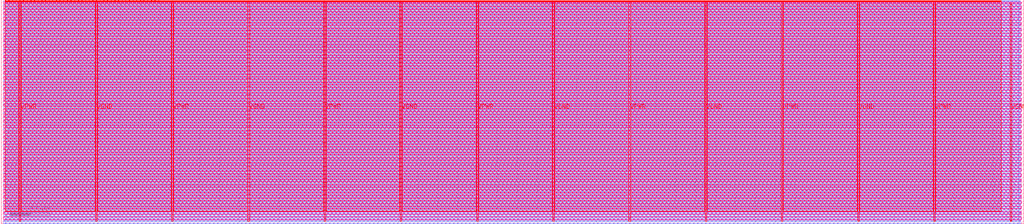
<source format=lef>
VERSION 5.7 ;
  NOWIREEXTENSIONATPIN ON ;
  DIVIDERCHAR "/" ;
  BUSBITCHARS "[]" ;
MACRO tt_um_mandelbrot_accel
  CLASS BLOCK ;
  FOREIGN tt_um_mandelbrot_accel ;
  ORIGIN 0.000 0.000 ;
  SIZE 1030.400 BY 225.760 ;
  PIN VGND
    DIRECTION INOUT ;
    USE GROUND ;
    PORT
      LAYER met4 ;
        RECT 95.080 2.480 96.680 223.280 ;
    END
    PORT
      LAYER met4 ;
        RECT 248.680 2.480 250.280 223.280 ;
    END
    PORT
      LAYER met4 ;
        RECT 402.280 2.480 403.880 223.280 ;
    END
    PORT
      LAYER met4 ;
        RECT 555.880 2.480 557.480 223.280 ;
    END
    PORT
      LAYER met4 ;
        RECT 709.480 2.480 711.080 223.280 ;
    END
    PORT
      LAYER met4 ;
        RECT 863.080 2.480 864.680 223.280 ;
    END
    PORT
      LAYER met4 ;
        RECT 1016.680 2.480 1018.280 223.280 ;
    END
  END VGND
  PIN VPWR
    DIRECTION INOUT ;
    USE POWER ;
    PORT
      LAYER met4 ;
        RECT 18.280 2.480 19.880 223.280 ;
    END
    PORT
      LAYER met4 ;
        RECT 171.880 2.480 173.480 223.280 ;
    END
    PORT
      LAYER met4 ;
        RECT 325.480 2.480 327.080 223.280 ;
    END
    PORT
      LAYER met4 ;
        RECT 479.080 2.480 480.680 223.280 ;
    END
    PORT
      LAYER met4 ;
        RECT 632.680 2.480 634.280 223.280 ;
    END
    PORT
      LAYER met4 ;
        RECT 786.280 2.480 787.880 223.280 ;
    END
    PORT
      LAYER met4 ;
        RECT 939.880 2.480 941.480 223.280 ;
    END
  END VPWR
  PIN clk
    DIRECTION INPUT ;
    USE SIGNAL ;
    ANTENNAGATEAREA 0.852000 ;
    PORT
      LAYER met4 ;
        RECT 154.870 224.760 155.170 225.760 ;
    END
  END clk
  PIN ena
    DIRECTION INPUT ;
    USE SIGNAL ;
    PORT
      LAYER met4 ;
        RECT 158.550 224.760 158.850 225.760 ;
    END
  END ena
  PIN rst_n
    DIRECTION INPUT ;
    USE SIGNAL ;
    ANTENNAGATEAREA 0.159000 ;
    PORT
      LAYER met4 ;
        RECT 151.190 224.760 151.490 225.760 ;
    END
  END rst_n
  PIN ui_in[0]
    DIRECTION INPUT ;
    USE SIGNAL ;
    ANTENNAGATEAREA 0.126000 ;
    PORT
      LAYER met4 ;
        RECT 147.510 224.760 147.810 225.760 ;
    END
  END ui_in[0]
  PIN ui_in[1]
    DIRECTION INPUT ;
    USE SIGNAL ;
    ANTENNAGATEAREA 0.213000 ;
    PORT
      LAYER met4 ;
        RECT 143.830 224.760 144.130 225.760 ;
    END
  END ui_in[1]
  PIN ui_in[2]
    DIRECTION INPUT ;
    USE SIGNAL ;
    ANTENNAGATEAREA 0.213000 ;
    PORT
      LAYER met4 ;
        RECT 140.150 224.760 140.450 225.760 ;
    END
  END ui_in[2]
  PIN ui_in[3]
    DIRECTION INPUT ;
    USE SIGNAL ;
    PORT
      LAYER met4 ;
        RECT 136.470 224.760 136.770 225.760 ;
    END
  END ui_in[3]
  PIN ui_in[4]
    DIRECTION INPUT ;
    USE SIGNAL ;
    PORT
      LAYER met4 ;
        RECT 132.790 224.760 133.090 225.760 ;
    END
  END ui_in[4]
  PIN ui_in[5]
    DIRECTION INPUT ;
    USE SIGNAL ;
    PORT
      LAYER met4 ;
        RECT 129.110 224.760 129.410 225.760 ;
    END
  END ui_in[5]
  PIN ui_in[6]
    DIRECTION INPUT ;
    USE SIGNAL ;
    PORT
      LAYER met4 ;
        RECT 125.430 224.760 125.730 225.760 ;
    END
  END ui_in[6]
  PIN ui_in[7]
    DIRECTION INPUT ;
    USE SIGNAL ;
    PORT
      LAYER met4 ;
        RECT 121.750 224.760 122.050 225.760 ;
    END
  END ui_in[7]
  PIN uio_in[0]
    DIRECTION INPUT ;
    USE SIGNAL ;
    ANTENNAGATEAREA 0.196500 ;
    PORT
      LAYER met4 ;
        RECT 118.070 224.760 118.370 225.760 ;
    END
  END uio_in[0]
  PIN uio_in[1]
    DIRECTION INPUT ;
    USE SIGNAL ;
    ANTENNAGATEAREA 0.126000 ;
    PORT
      LAYER met4 ;
        RECT 114.390 224.760 114.690 225.760 ;
    END
  END uio_in[1]
  PIN uio_in[2]
    DIRECTION INPUT ;
    USE SIGNAL ;
    ANTENNAGATEAREA 0.196500 ;
    PORT
      LAYER met4 ;
        RECT 110.710 224.760 111.010 225.760 ;
    END
  END uio_in[2]
  PIN uio_in[3]
    DIRECTION INPUT ;
    USE SIGNAL ;
    ANTENNAGATEAREA 0.196500 ;
    PORT
      LAYER met4 ;
        RECT 107.030 224.760 107.330 225.760 ;
    END
  END uio_in[3]
  PIN uio_in[4]
    DIRECTION INPUT ;
    USE SIGNAL ;
    ANTENNAGATEAREA 0.126000 ;
    PORT
      LAYER met4 ;
        RECT 103.350 224.760 103.650 225.760 ;
    END
  END uio_in[4]
  PIN uio_in[5]
    DIRECTION INPUT ;
    USE SIGNAL ;
    ANTENNAGATEAREA 0.213000 ;
    PORT
      LAYER met4 ;
        RECT 99.670 224.760 99.970 225.760 ;
    END
  END uio_in[5]
  PIN uio_in[6]
    DIRECTION INPUT ;
    USE SIGNAL ;
    ANTENNAGATEAREA 0.126000 ;
    PORT
      LAYER met4 ;
        RECT 95.990 224.760 96.290 225.760 ;
    END
  END uio_in[6]
  PIN uio_in[7]
    DIRECTION INPUT ;
    USE SIGNAL ;
    ANTENNAGATEAREA 0.213000 ;
    PORT
      LAYER met4 ;
        RECT 92.310 224.760 92.610 225.760 ;
    END
  END uio_in[7]
  PIN uio_oe[0]
    DIRECTION OUTPUT TRISTATE ;
    USE SIGNAL ;
    PORT
      LAYER met4 ;
        RECT 29.750 224.760 30.050 225.760 ;
    END
  END uio_oe[0]
  PIN uio_oe[1]
    DIRECTION OUTPUT TRISTATE ;
    USE SIGNAL ;
    PORT
      LAYER met4 ;
        RECT 26.070 224.760 26.370 225.760 ;
    END
  END uio_oe[1]
  PIN uio_oe[2]
    DIRECTION OUTPUT TRISTATE ;
    USE SIGNAL ;
    PORT
      LAYER met4 ;
        RECT 22.390 224.760 22.690 225.760 ;
    END
  END uio_oe[2]
  PIN uio_oe[3]
    DIRECTION OUTPUT TRISTATE ;
    USE SIGNAL ;
    PORT
      LAYER met4 ;
        RECT 18.710 224.760 19.010 225.760 ;
    END
  END uio_oe[3]
  PIN uio_oe[4]
    DIRECTION OUTPUT TRISTATE ;
    USE SIGNAL ;
    PORT
      LAYER met4 ;
        RECT 15.030 224.760 15.330 225.760 ;
    END
  END uio_oe[4]
  PIN uio_oe[5]
    DIRECTION OUTPUT TRISTATE ;
    USE SIGNAL ;
    PORT
      LAYER met4 ;
        RECT 11.350 224.760 11.650 225.760 ;
    END
  END uio_oe[5]
  PIN uio_oe[6]
    DIRECTION OUTPUT TRISTATE ;
    USE SIGNAL ;
    PORT
      LAYER met4 ;
        RECT 7.670 224.760 7.970 225.760 ;
    END
  END uio_oe[6]
  PIN uio_oe[7]
    DIRECTION OUTPUT TRISTATE ;
    USE SIGNAL ;
    PORT
      LAYER met4 ;
        RECT 3.990 224.760 4.290 225.760 ;
    END
  END uio_oe[7]
  PIN uio_out[0]
    DIRECTION OUTPUT TRISTATE ;
    USE SIGNAL ;
    PORT
      LAYER met4 ;
        RECT 59.190 224.760 59.490 225.760 ;
    END
  END uio_out[0]
  PIN uio_out[1]
    DIRECTION OUTPUT TRISTATE ;
    USE SIGNAL ;
    PORT
      LAYER met4 ;
        RECT 55.510 224.760 55.810 225.760 ;
    END
  END uio_out[1]
  PIN uio_out[2]
    DIRECTION OUTPUT TRISTATE ;
    USE SIGNAL ;
    PORT
      LAYER met4 ;
        RECT 51.830 224.760 52.130 225.760 ;
    END
  END uio_out[2]
  PIN uio_out[3]
    DIRECTION OUTPUT TRISTATE ;
    USE SIGNAL ;
    PORT
      LAYER met4 ;
        RECT 48.150 224.760 48.450 225.760 ;
    END
  END uio_out[3]
  PIN uio_out[4]
    DIRECTION OUTPUT TRISTATE ;
    USE SIGNAL ;
    PORT
      LAYER met4 ;
        RECT 44.470 224.760 44.770 225.760 ;
    END
  END uio_out[4]
  PIN uio_out[5]
    DIRECTION OUTPUT TRISTATE ;
    USE SIGNAL ;
    PORT
      LAYER met4 ;
        RECT 40.790 224.760 41.090 225.760 ;
    END
  END uio_out[5]
  PIN uio_out[6]
    DIRECTION OUTPUT TRISTATE ;
    USE SIGNAL ;
    PORT
      LAYER met4 ;
        RECT 37.110 224.760 37.410 225.760 ;
    END
  END uio_out[6]
  PIN uio_out[7]
    DIRECTION OUTPUT TRISTATE ;
    USE SIGNAL ;
    PORT
      LAYER met4 ;
        RECT 33.430 224.760 33.730 225.760 ;
    END
  END uio_out[7]
  PIN uo_out[0]
    DIRECTION OUTPUT TRISTATE ;
    USE SIGNAL ;
    ANTENNADIFFAREA 0.795200 ;
    PORT
      LAYER met4 ;
        RECT 88.630 224.760 88.930 225.760 ;
    END
  END uo_out[0]
  PIN uo_out[1]
    DIRECTION OUTPUT TRISTATE ;
    USE SIGNAL ;
    ANTENNAGATEAREA 0.373500 ;
    ANTENNADIFFAREA 0.891000 ;
    PORT
      LAYER met4 ;
        RECT 84.950 224.760 85.250 225.760 ;
    END
  END uo_out[1]
  PIN uo_out[2]
    DIRECTION OUTPUT TRISTATE ;
    USE SIGNAL ;
    ANTENNAGATEAREA 0.373500 ;
    ANTENNADIFFAREA 0.891000 ;
    PORT
      LAYER met4 ;
        RECT 81.270 224.760 81.570 225.760 ;
    END
  END uo_out[2]
  PIN uo_out[3]
    DIRECTION OUTPUT TRISTATE ;
    USE SIGNAL ;
    ANTENNAGATEAREA 0.868500 ;
    ANTENNADIFFAREA 0.891000 ;
    PORT
      LAYER met4 ;
        RECT 77.590 224.760 77.890 225.760 ;
    END
  END uo_out[3]
  PIN uo_out[4]
    DIRECTION OUTPUT TRISTATE ;
    USE SIGNAL ;
    ANTENNAGATEAREA 0.990000 ;
    ANTENNADIFFAREA 0.891000 ;
    PORT
      LAYER met4 ;
        RECT 73.910 224.760 74.210 225.760 ;
    END
  END uo_out[4]
  PIN uo_out[5]
    DIRECTION OUTPUT TRISTATE ;
    USE SIGNAL ;
    ANTENNAGATEAREA 0.495000 ;
    ANTENNADIFFAREA 0.891000 ;
    PORT
      LAYER met4 ;
        RECT 70.230 224.760 70.530 225.760 ;
    END
  END uo_out[5]
  PIN uo_out[6]
    DIRECTION OUTPUT TRISTATE ;
    USE SIGNAL ;
    ANTENNAGATEAREA 0.495000 ;
    ANTENNADIFFAREA 0.891000 ;
    PORT
      LAYER met4 ;
        RECT 66.550 224.760 66.850 225.760 ;
    END
  END uo_out[6]
  PIN uo_out[7]
    DIRECTION OUTPUT TRISTATE ;
    USE SIGNAL ;
    ANTENNAGATEAREA 0.495000 ;
    ANTENNADIFFAREA 0.891000 ;
    PORT
      LAYER met4 ;
        RECT 62.870 224.760 63.170 225.760 ;
    END
  END uo_out[7]
  OBS
      LAYER nwell ;
        RECT 2.570 221.625 1027.830 223.230 ;
        RECT 2.570 216.185 1027.830 219.015 ;
        RECT 2.570 210.745 1027.830 213.575 ;
        RECT 2.570 205.305 1027.830 208.135 ;
        RECT 2.570 199.865 1027.830 202.695 ;
        RECT 2.570 194.425 1027.830 197.255 ;
        RECT 2.570 188.985 1027.830 191.815 ;
        RECT 2.570 183.545 1027.830 186.375 ;
        RECT 2.570 178.105 1027.830 180.935 ;
        RECT 2.570 172.665 1027.830 175.495 ;
        RECT 2.570 167.225 1027.830 170.055 ;
        RECT 2.570 161.785 1027.830 164.615 ;
        RECT 2.570 156.345 1027.830 159.175 ;
        RECT 2.570 150.905 1027.830 153.735 ;
        RECT 2.570 145.465 1027.830 148.295 ;
        RECT 2.570 140.025 1027.830 142.855 ;
        RECT 2.570 134.585 1027.830 137.415 ;
        RECT 2.570 129.145 1027.830 131.975 ;
        RECT 2.570 123.705 1027.830 126.535 ;
        RECT 2.570 118.265 1027.830 121.095 ;
        RECT 2.570 112.825 1027.830 115.655 ;
        RECT 2.570 107.385 1027.830 110.215 ;
        RECT 2.570 101.945 1027.830 104.775 ;
        RECT 2.570 96.505 1027.830 99.335 ;
        RECT 2.570 91.065 1027.830 93.895 ;
        RECT 2.570 85.625 1027.830 88.455 ;
        RECT 2.570 80.185 1027.830 83.015 ;
        RECT 2.570 74.745 1027.830 77.575 ;
        RECT 2.570 69.305 1027.830 72.135 ;
        RECT 2.570 63.865 1027.830 66.695 ;
        RECT 2.570 58.425 1027.830 61.255 ;
        RECT 2.570 52.985 1027.830 55.815 ;
        RECT 2.570 47.545 1027.830 50.375 ;
        RECT 2.570 42.105 1027.830 44.935 ;
        RECT 2.570 36.665 1027.830 39.495 ;
        RECT 2.570 31.225 1027.830 34.055 ;
        RECT 2.570 25.785 1027.830 28.615 ;
        RECT 2.570 20.345 1027.830 23.175 ;
        RECT 2.570 14.905 1027.830 17.735 ;
        RECT 2.570 9.465 1027.830 12.295 ;
        RECT 2.570 4.025 1027.830 6.855 ;
      LAYER li1 ;
        RECT 2.760 2.635 1027.640 223.125 ;
      LAYER met1 ;
        RECT 2.760 0.040 1027.640 224.360 ;
      LAYER met2 ;
        RECT 4.230 0.010 1026.160 224.925 ;
      LAYER met3 ;
        RECT 3.950 2.555 1025.275 224.905 ;
      LAYER met4 ;
        RECT 4.690 224.360 7.270 224.905 ;
        RECT 8.370 224.360 10.950 224.905 ;
        RECT 12.050 224.360 14.630 224.905 ;
        RECT 15.730 224.360 18.310 224.905 ;
        RECT 19.410 224.360 21.990 224.905 ;
        RECT 23.090 224.360 25.670 224.905 ;
        RECT 26.770 224.360 29.350 224.905 ;
        RECT 30.450 224.360 33.030 224.905 ;
        RECT 34.130 224.360 36.710 224.905 ;
        RECT 37.810 224.360 40.390 224.905 ;
        RECT 41.490 224.360 44.070 224.905 ;
        RECT 45.170 224.360 47.750 224.905 ;
        RECT 48.850 224.360 51.430 224.905 ;
        RECT 52.530 224.360 55.110 224.905 ;
        RECT 56.210 224.360 58.790 224.905 ;
        RECT 59.890 224.360 62.470 224.905 ;
        RECT 63.570 224.360 66.150 224.905 ;
        RECT 67.250 224.360 69.830 224.905 ;
        RECT 70.930 224.360 73.510 224.905 ;
        RECT 74.610 224.360 77.190 224.905 ;
        RECT 78.290 224.360 80.870 224.905 ;
        RECT 81.970 224.360 84.550 224.905 ;
        RECT 85.650 224.360 88.230 224.905 ;
        RECT 89.330 224.360 91.910 224.905 ;
        RECT 93.010 224.360 95.590 224.905 ;
        RECT 96.690 224.360 99.270 224.905 ;
        RECT 100.370 224.360 102.950 224.905 ;
        RECT 104.050 224.360 106.630 224.905 ;
        RECT 107.730 224.360 110.310 224.905 ;
        RECT 111.410 224.360 113.990 224.905 ;
        RECT 115.090 224.360 117.670 224.905 ;
        RECT 118.770 224.360 121.350 224.905 ;
        RECT 122.450 224.360 125.030 224.905 ;
        RECT 126.130 224.360 128.710 224.905 ;
        RECT 129.810 224.360 132.390 224.905 ;
        RECT 133.490 224.360 136.070 224.905 ;
        RECT 137.170 224.360 139.750 224.905 ;
        RECT 140.850 224.360 143.430 224.905 ;
        RECT 144.530 224.360 147.110 224.905 ;
        RECT 148.210 224.360 150.790 224.905 ;
        RECT 151.890 224.360 154.470 224.905 ;
        RECT 155.570 224.360 158.150 224.905 ;
        RECT 159.250 224.360 1008.025 224.905 ;
        RECT 3.975 223.680 1008.025 224.360 ;
        RECT 3.975 12.415 17.880 223.680 ;
        RECT 20.280 12.415 94.680 223.680 ;
        RECT 97.080 12.415 171.480 223.680 ;
        RECT 173.880 12.415 248.280 223.680 ;
        RECT 250.680 12.415 325.080 223.680 ;
        RECT 327.480 12.415 401.880 223.680 ;
        RECT 404.280 12.415 478.680 223.680 ;
        RECT 481.080 12.415 555.480 223.680 ;
        RECT 557.880 12.415 632.280 223.680 ;
        RECT 634.680 12.415 709.080 223.680 ;
        RECT 711.480 12.415 785.880 223.680 ;
        RECT 788.280 12.415 862.680 223.680 ;
        RECT 865.080 12.415 939.480 223.680 ;
        RECT 941.880 12.415 1008.025 223.680 ;
  END
END tt_um_mandelbrot_accel
END LIBRARY


</source>
